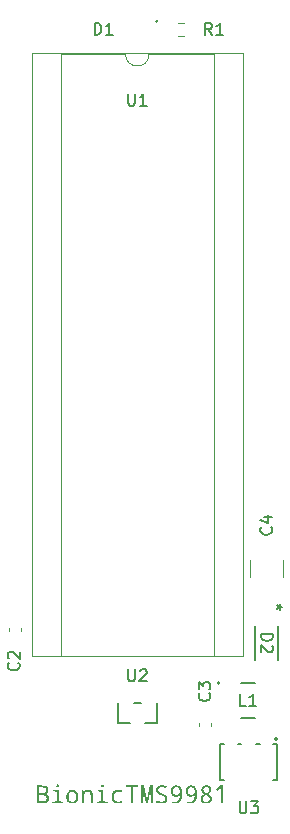
<source format=gbr>
G04 #@! TF.GenerationSoftware,KiCad,Pcbnew,8.0.4+dfsg-1*
G04 #@! TF.CreationDate,2025-02-22T20:37:06+09:00*
G04 #@! TF.ProjectId,bionic-tms9981-dcdc,62696f6e-6963-42d7-946d-73393938312d,3*
G04 #@! TF.SameCoordinates,Original*
G04 #@! TF.FileFunction,Legend,Top*
G04 #@! TF.FilePolarity,Positive*
%FSLAX46Y46*%
G04 Gerber Fmt 4.6, Leading zero omitted, Abs format (unit mm)*
G04 Created by KiCad (PCBNEW 8.0.4+dfsg-1) date 2025-02-22 20:37:06*
%MOMM*%
%LPD*%
G01*
G04 APERTURE LIST*
%ADD10C,0.150000*%
%ADD11C,0.152400*%
%ADD12C,0.120000*%
G04 APERTURE END LIST*
D10*
G36*
X105728045Y-135672063D02*
G01*
X105804851Y-135678637D01*
X105887029Y-135692311D01*
X105958312Y-135712297D01*
X106027702Y-135743590D01*
X106052901Y-135759631D01*
X106108680Y-135811219D01*
X106148522Y-135876592D01*
X106172427Y-135955750D01*
X106180271Y-136036321D01*
X106180396Y-136048692D01*
X106172489Y-136126373D01*
X106145526Y-136201904D01*
X106099429Y-136267045D01*
X106043244Y-136314622D01*
X105975896Y-136348819D01*
X105897385Y-136369634D01*
X105880343Y-136372192D01*
X105880343Y-136382450D01*
X105960543Y-136400127D01*
X106030049Y-136425315D01*
X106101894Y-136467361D01*
X106157031Y-136521142D01*
X106195460Y-136586658D01*
X106217181Y-136663909D01*
X106222527Y-136734160D01*
X106217904Y-136807481D01*
X106200821Y-136885274D01*
X106171151Y-136954722D01*
X106128893Y-137015826D01*
X106091003Y-137054362D01*
X106029045Y-137099615D01*
X105957937Y-137133753D01*
X105877677Y-137156776D01*
X105801599Y-137167664D01*
X105733065Y-137170500D01*
X105190113Y-137170500D01*
X105190113Y-137006735D01*
X105382821Y-137006735D01*
X105698993Y-137006735D01*
X105774126Y-137002355D01*
X105853955Y-136984565D01*
X105929089Y-136945152D01*
X105981682Y-136886033D01*
X106011735Y-136807207D01*
X106019562Y-136726466D01*
X106011413Y-136651635D01*
X105980123Y-136578580D01*
X105925366Y-136523788D01*
X105847142Y-136487261D01*
X105764028Y-136470772D01*
X105685804Y-136466714D01*
X105382821Y-136466714D01*
X105382821Y-137006735D01*
X105190113Y-137006735D01*
X105190113Y-136302949D01*
X105382821Y-136302949D01*
X105675179Y-136302949D01*
X105750147Y-136299446D01*
X105828528Y-136285213D01*
X105900107Y-136253683D01*
X105909652Y-136246895D01*
X105957331Y-136189259D01*
X105979768Y-136114589D01*
X105983292Y-136061515D01*
X105973984Y-135985822D01*
X105938984Y-135917465D01*
X105904523Y-135886759D01*
X105832464Y-135854387D01*
X105752579Y-135838824D01*
X105675689Y-135833844D01*
X105654663Y-135833636D01*
X105382821Y-135833636D01*
X105382821Y-136302949D01*
X105190113Y-136302949D01*
X105190113Y-135669871D01*
X105643672Y-135669871D01*
X105728045Y-135672063D01*
G37*
G36*
X106963316Y-135576082D02*
G01*
X107037948Y-135598452D01*
X107070787Y-135665561D01*
X107072493Y-135692952D01*
X107054151Y-135765080D01*
X107039886Y-135781613D01*
X106971522Y-135810301D01*
X106963316Y-135810555D01*
X106891917Y-135791146D01*
X106855733Y-135726832D01*
X106853040Y-135692952D01*
X106871240Y-135617284D01*
X106937470Y-135577908D01*
X106963316Y-135576082D01*
G37*
G36*
X106868794Y-136192307D02*
G01*
X106591456Y-136170691D01*
X106591456Y-136045028D01*
X107056006Y-136045028D01*
X107056006Y-137023221D01*
X107418707Y-137043737D01*
X107418707Y-137170500D01*
X106514153Y-137170500D01*
X106514153Y-137043737D01*
X106868794Y-137023221D01*
X106868794Y-136192307D01*
G37*
G36*
X108287749Y-136027197D02*
G01*
X108363389Y-136044044D01*
X108433310Y-136072122D01*
X108497512Y-136111432D01*
X108555996Y-136161973D01*
X108574220Y-136181316D01*
X108622902Y-136244900D01*
X108661512Y-136315852D01*
X108690049Y-136394171D01*
X108708515Y-136479857D01*
X108716209Y-136556890D01*
X108717468Y-136605566D01*
X108714016Y-136688148D01*
X108703658Y-136765077D01*
X108686395Y-136836354D01*
X108656565Y-136914424D01*
X108616792Y-136984354D01*
X108576052Y-137036410D01*
X108519860Y-137089948D01*
X108457075Y-137132409D01*
X108387694Y-137163793D01*
X108311720Y-137184101D01*
X108229150Y-137193331D01*
X108200162Y-137193947D01*
X108119400Y-137188318D01*
X108044176Y-137171433D01*
X107974491Y-137143290D01*
X107910345Y-137103890D01*
X107851736Y-137053233D01*
X107833431Y-137033846D01*
X107784625Y-136969896D01*
X107745916Y-136898400D01*
X107717305Y-136819355D01*
X107701176Y-136747719D01*
X107692060Y-136670842D01*
X107689816Y-136605566D01*
X107883623Y-136605566D01*
X107886441Y-136682890D01*
X107898963Y-136774157D01*
X107921503Y-136851904D01*
X107963765Y-136930073D01*
X108021680Y-136987115D01*
X108095248Y-137023031D01*
X108184469Y-137037819D01*
X108204192Y-137038242D01*
X108279067Y-137031481D01*
X108358623Y-137004017D01*
X108422579Y-136955425D01*
X108470936Y-136885707D01*
X108498391Y-136814721D01*
X108515862Y-136730214D01*
X108523349Y-136632186D01*
X108523661Y-136605566D01*
X108520834Y-136529028D01*
X108508269Y-136438687D01*
X108485652Y-136361731D01*
X108443244Y-136284356D01*
X108385131Y-136227893D01*
X108311310Y-136192343D01*
X108221784Y-136177704D01*
X108201994Y-136177286D01*
X108127375Y-136183978D01*
X108048094Y-136211164D01*
X107984357Y-136259261D01*
X107936167Y-136328271D01*
X107908807Y-136398536D01*
X107891396Y-136482184D01*
X107883934Y-136579217D01*
X107883623Y-136605566D01*
X107689816Y-136605566D01*
X107693224Y-136523749D01*
X107703448Y-136447514D01*
X107724713Y-136363399D01*
X107755792Y-136287321D01*
X107796686Y-136219280D01*
X107829401Y-136178385D01*
X107885184Y-136125096D01*
X107947846Y-136082833D01*
X108017385Y-136051594D01*
X108093802Y-136031381D01*
X108177097Y-136022194D01*
X108206390Y-136021581D01*
X108287749Y-136027197D01*
G37*
G36*
X109745853Y-137170500D02*
G01*
X109745853Y-136444366D01*
X109739869Y-136367424D01*
X109716891Y-136292308D01*
X109668302Y-136228407D01*
X109596257Y-136190066D01*
X109515834Y-136177547D01*
X109500755Y-136177286D01*
X109426566Y-136183674D01*
X109347741Y-136209628D01*
X109284371Y-136255545D01*
X109236457Y-136321426D01*
X109204000Y-136407271D01*
X109189162Y-136490321D01*
X109184216Y-136586148D01*
X109184216Y-137170500D01*
X108996638Y-137170500D01*
X108996638Y-136045028D01*
X109147946Y-136045028D01*
X109175790Y-136194871D01*
X109186048Y-136194871D01*
X109230604Y-136135980D01*
X109294503Y-136082673D01*
X109371234Y-136045950D01*
X109447217Y-136027673D01*
X109532629Y-136021581D01*
X109626567Y-136028021D01*
X109707980Y-136047341D01*
X109776868Y-136079541D01*
X109845364Y-136137904D01*
X109886071Y-136199084D01*
X109914252Y-136273144D01*
X109929908Y-136360083D01*
X109933431Y-136433741D01*
X109933431Y-137170500D01*
X109745853Y-137170500D01*
G37*
G36*
X110744195Y-135576082D02*
G01*
X110818828Y-135598452D01*
X110851666Y-135665561D01*
X110853372Y-135692952D01*
X110835031Y-135765080D01*
X110820765Y-135781613D01*
X110752401Y-135810301D01*
X110744195Y-135810555D01*
X110672796Y-135791146D01*
X110636612Y-135726832D01*
X110633920Y-135692952D01*
X110652119Y-135617284D01*
X110718349Y-135577908D01*
X110744195Y-135576082D01*
G37*
G36*
X110649673Y-136192307D02*
G01*
X110372336Y-136170691D01*
X110372336Y-136045028D01*
X110836885Y-136045028D01*
X110836885Y-137023221D01*
X111199586Y-137043737D01*
X111199586Y-137170500D01*
X110295033Y-137170500D01*
X110295033Y-137043737D01*
X110649673Y-137023221D01*
X110649673Y-136192307D01*
G37*
G36*
X112445591Y-136082398D02*
G01*
X112381844Y-136245063D01*
X112306601Y-136218937D01*
X112235481Y-136200275D01*
X112160397Y-136188204D01*
X112105605Y-136185346D01*
X112016046Y-136192004D01*
X111938428Y-136211976D01*
X111872752Y-136245264D01*
X111807448Y-136305598D01*
X111768640Y-136368844D01*
X111741772Y-136445406D01*
X111726845Y-136535282D01*
X111723487Y-136611428D01*
X111726755Y-136686264D01*
X111741281Y-136774595D01*
X111767427Y-136849840D01*
X111816452Y-136925493D01*
X111883634Y-136980700D01*
X111968972Y-137015460D01*
X112050317Y-137028546D01*
X112095347Y-137030182D01*
X112176748Y-137026198D01*
X112259020Y-137014245D01*
X112331721Y-136997250D01*
X112405089Y-136974154D01*
X112426174Y-136966435D01*
X112426174Y-137131299D01*
X112353198Y-137158707D01*
X112272392Y-137178285D01*
X112195263Y-137188991D01*
X112112138Y-137193702D01*
X112087287Y-137193947D01*
X112007400Y-137190289D01*
X111933292Y-137179314D01*
X111851989Y-137156486D01*
X111779007Y-137123123D01*
X111714345Y-137079223D01*
X111675860Y-137044104D01*
X111626181Y-136983327D01*
X111586782Y-136913380D01*
X111557660Y-136834263D01*
X111541243Y-136761326D01*
X111531964Y-136682021D01*
X111529680Y-136613992D01*
X111533330Y-136526918D01*
X111544278Y-136446588D01*
X111562524Y-136373002D01*
X111594054Y-136293601D01*
X111636095Y-136223912D01*
X111679157Y-136173256D01*
X111739474Y-136121710D01*
X111808317Y-136080829D01*
X111885688Y-136050613D01*
X111971584Y-136031061D01*
X112049678Y-136022914D01*
X112099377Y-136021581D01*
X112178680Y-136024491D01*
X112255985Y-136033222D01*
X112331291Y-136047773D01*
X112404598Y-136068144D01*
X112445591Y-136082398D01*
G37*
G36*
X113340985Y-137170500D02*
G01*
X113148644Y-137170500D01*
X113148644Y-135838765D01*
X112717800Y-135838765D01*
X112717800Y-135669871D01*
X113770731Y-135669871D01*
X113770731Y-135838765D01*
X113340985Y-135838765D01*
X113340985Y-137170500D01*
G37*
G36*
X114421027Y-137170500D02*
G01*
X114134897Y-135857450D01*
X114126470Y-135851588D01*
X114131853Y-135934059D01*
X114136323Y-136010198D01*
X114140484Y-136093205D01*
X114143330Y-136167094D01*
X114144991Y-136241771D01*
X114145155Y-136269976D01*
X114145155Y-137170500D01*
X113989450Y-137170500D01*
X113989450Y-135669871D01*
X114244073Y-135669871D01*
X114499429Y-136892429D01*
X114505657Y-136892429D01*
X114763211Y-135669871D01*
X115022964Y-135669871D01*
X115022964Y-137170500D01*
X114865061Y-137170500D01*
X114865061Y-136256787D01*
X114866220Y-136182399D01*
X114868724Y-136103464D01*
X114871987Y-136021126D01*
X114875493Y-135942161D01*
X114879715Y-135853786D01*
X114871655Y-135853786D01*
X114580029Y-137170500D01*
X114421027Y-137170500D01*
G37*
G36*
X115278686Y-137123605D02*
G01*
X115278686Y-136941888D01*
X115359873Y-136971894D01*
X115440493Y-136995692D01*
X115520546Y-137013282D01*
X115600033Y-137024664D01*
X115678953Y-137029837D01*
X115705134Y-137030182D01*
X115789627Y-137026289D01*
X115862854Y-137014612D01*
X115938545Y-136989066D01*
X116006139Y-136942355D01*
X116048386Y-136878127D01*
X116065284Y-136796381D01*
X116065636Y-136781054D01*
X116055435Y-136707776D01*
X116017748Y-136639865D01*
X115993096Y-136616557D01*
X115925605Y-136574250D01*
X115854388Y-136540326D01*
X115776782Y-136508465D01*
X115698906Y-136479536D01*
X115622785Y-136450217D01*
X115555165Y-136418863D01*
X115487019Y-136379711D01*
X115423306Y-136331574D01*
X115391160Y-136299652D01*
X115346176Y-136235992D01*
X115315915Y-136162480D01*
X115301375Y-136088863D01*
X115298103Y-136028542D01*
X115304432Y-135953880D01*
X115327164Y-135877653D01*
X115366428Y-135811135D01*
X115422224Y-135754326D01*
X115430361Y-135747907D01*
X115493082Y-135708364D01*
X115565200Y-135678534D01*
X115646714Y-135658416D01*
X115724063Y-135648902D01*
X115793794Y-135646424D01*
X115880751Y-135649245D01*
X115964669Y-135657707D01*
X116045546Y-135671811D01*
X116123384Y-135691556D01*
X116198183Y-135716942D01*
X116222440Y-135726658D01*
X116156495Y-135895918D01*
X116082834Y-135868527D01*
X116011054Y-135846802D01*
X115929687Y-135828620D01*
X115850880Y-135818152D01*
X115785368Y-135815318D01*
X115698399Y-135820568D01*
X115626171Y-135836320D01*
X115558955Y-135869082D01*
X115507363Y-135926416D01*
X115484663Y-136004332D01*
X115483483Y-136030374D01*
X115492963Y-136103412D01*
X115527985Y-136173907D01*
X115550895Y-136199268D01*
X115614253Y-136244220D01*
X115681704Y-136278326D01*
X115755487Y-136309146D01*
X115829698Y-136336288D01*
X115904810Y-136364710D01*
X115984082Y-136399194D01*
X116051504Y-136434090D01*
X116115187Y-136475323D01*
X116168218Y-136523134D01*
X116213041Y-136588722D01*
X116241262Y-136665043D01*
X116252468Y-136742909D01*
X116253215Y-136770796D01*
X116246378Y-136853140D01*
X116225866Y-136927384D01*
X116191681Y-136993529D01*
X116143821Y-137051574D01*
X116110333Y-137081107D01*
X116042232Y-137125075D01*
X115974706Y-137154166D01*
X115898732Y-137175324D01*
X115814308Y-137188547D01*
X115737500Y-137193506D01*
X115705134Y-137193947D01*
X115622756Y-137192229D01*
X115546209Y-137187077D01*
X115462051Y-137176361D01*
X115386291Y-137160699D01*
X115308518Y-137136176D01*
X115278686Y-137123605D01*
G37*
G36*
X117091352Y-135652619D02*
G01*
X117166326Y-135671205D01*
X117234680Y-135702182D01*
X117296414Y-135745549D01*
X117351528Y-135801306D01*
X117368428Y-135822645D01*
X117413499Y-135893382D01*
X117449245Y-135973702D01*
X117471911Y-136047955D01*
X117488100Y-136128863D01*
X117497814Y-136216425D01*
X117500922Y-136291267D01*
X117501052Y-136310643D01*
X117498481Y-136417605D01*
X117490770Y-136517667D01*
X117477919Y-136610828D01*
X117459927Y-136697088D01*
X117436795Y-136776448D01*
X117408522Y-136848906D01*
X117375108Y-136914464D01*
X117315349Y-136999861D01*
X117244024Y-137069732D01*
X117161133Y-137124076D01*
X117066675Y-137162893D01*
X116960651Y-137186183D01*
X116883543Y-137193084D01*
X116843061Y-137193947D01*
X116767293Y-137191319D01*
X116692961Y-137181612D01*
X116665741Y-137175262D01*
X116665741Y-137014795D01*
X116737638Y-137037673D01*
X116811800Y-137046170D01*
X116836833Y-137046668D01*
X116919218Y-137041491D01*
X116993540Y-137025957D01*
X117070058Y-136994747D01*
X117135602Y-136949442D01*
X117183047Y-136899390D01*
X117228791Y-136826716D01*
X117259935Y-136751308D01*
X117280201Y-136679219D01*
X117295298Y-136598723D01*
X117305224Y-136509819D01*
X117309443Y-136432642D01*
X117296987Y-136432642D01*
X117247995Y-136500878D01*
X117187572Y-136552354D01*
X117115720Y-136587071D01*
X117032437Y-136605028D01*
X116979715Y-136607764D01*
X116896462Y-136601961D01*
X116821414Y-136584553D01*
X116745691Y-136550447D01*
X116680685Y-136501182D01*
X116666107Y-136486497D01*
X116616259Y-136420094D01*
X116584325Y-136352524D01*
X116563295Y-136276118D01*
X116553169Y-136190877D01*
X116552187Y-136152373D01*
X116733518Y-136152373D01*
X116739083Y-136230416D01*
X116758317Y-136304419D01*
X116795342Y-136370367D01*
X116803860Y-136380618D01*
X116865392Y-136429287D01*
X116936732Y-136454168D01*
X117005727Y-136460486D01*
X117083358Y-136452328D01*
X117152759Y-136427856D01*
X117213932Y-136387070D01*
X117225179Y-136376954D01*
X117275657Y-136316973D01*
X117306826Y-136245712D01*
X117313839Y-136188277D01*
X117308687Y-136113378D01*
X117290575Y-136035303D01*
X117259421Y-135963777D01*
X117231407Y-135919732D01*
X117180721Y-135864831D01*
X117114275Y-135824903D01*
X117037167Y-135807157D01*
X117011955Y-135806159D01*
X116935248Y-135814853D01*
X116864093Y-135844499D01*
X116806791Y-135895185D01*
X116768151Y-135958555D01*
X116745611Y-136028803D01*
X116735307Y-136101755D01*
X116733518Y-136152373D01*
X116552187Y-136152373D01*
X116552168Y-136151640D01*
X116556534Y-136067315D01*
X116569633Y-135989919D01*
X116591465Y-135919453D01*
X116627972Y-135846000D01*
X116676366Y-135781979D01*
X116734769Y-135729160D01*
X116801307Y-135689315D01*
X116875980Y-135662442D01*
X116958787Y-135648542D01*
X117009757Y-135646424D01*
X117091352Y-135652619D01*
G37*
G36*
X118351645Y-135652619D02*
G01*
X118426619Y-135671205D01*
X118494973Y-135702182D01*
X118556707Y-135745549D01*
X118611821Y-135801306D01*
X118628721Y-135822645D01*
X118673792Y-135893382D01*
X118709538Y-135973702D01*
X118732204Y-136047955D01*
X118748393Y-136128863D01*
X118758107Y-136216425D01*
X118761215Y-136291267D01*
X118761345Y-136310643D01*
X118758774Y-136417605D01*
X118751064Y-136517667D01*
X118738212Y-136610828D01*
X118720220Y-136697088D01*
X118697088Y-136776448D01*
X118668815Y-136848906D01*
X118635401Y-136914464D01*
X118575642Y-136999861D01*
X118504317Y-137069732D01*
X118421426Y-137124076D01*
X118326968Y-137162893D01*
X118220944Y-137186183D01*
X118143836Y-137193084D01*
X118103354Y-137193947D01*
X118027586Y-137191319D01*
X117953254Y-137181612D01*
X117926034Y-137175262D01*
X117926034Y-137014795D01*
X117997931Y-137037673D01*
X118072093Y-137046170D01*
X118097126Y-137046668D01*
X118179511Y-137041491D01*
X118253833Y-137025957D01*
X118330351Y-136994747D01*
X118395895Y-136949442D01*
X118443340Y-136899390D01*
X118489084Y-136826716D01*
X118520228Y-136751308D01*
X118540494Y-136679219D01*
X118555591Y-136598723D01*
X118565517Y-136509819D01*
X118569736Y-136432642D01*
X118557280Y-136432642D01*
X118508288Y-136500878D01*
X118447866Y-136552354D01*
X118376013Y-136587071D01*
X118292730Y-136605028D01*
X118240008Y-136607764D01*
X118156756Y-136601961D01*
X118081707Y-136584553D01*
X118005984Y-136550447D01*
X117940978Y-136501182D01*
X117926400Y-136486497D01*
X117876552Y-136420094D01*
X117844618Y-136352524D01*
X117823588Y-136276118D01*
X117813463Y-136190877D01*
X117812480Y-136152373D01*
X117993811Y-136152373D01*
X117999376Y-136230416D01*
X118018610Y-136304419D01*
X118055635Y-136370367D01*
X118064153Y-136380618D01*
X118125685Y-136429287D01*
X118197025Y-136454168D01*
X118266020Y-136460486D01*
X118343651Y-136452328D01*
X118413052Y-136427856D01*
X118474225Y-136387070D01*
X118485472Y-136376954D01*
X118535950Y-136316973D01*
X118567119Y-136245712D01*
X118574132Y-136188277D01*
X118568980Y-136113378D01*
X118550868Y-136035303D01*
X118519714Y-135963777D01*
X118491701Y-135919732D01*
X118441015Y-135864831D01*
X118374568Y-135824903D01*
X118297460Y-135807157D01*
X118272248Y-135806159D01*
X118195541Y-135814853D01*
X118124386Y-135844499D01*
X118067084Y-135895185D01*
X118028444Y-135958555D01*
X118005904Y-136028803D01*
X117995600Y-136101755D01*
X117993811Y-136152373D01*
X117812480Y-136152373D01*
X117812461Y-136151640D01*
X117816827Y-136067315D01*
X117829926Y-135989919D01*
X117851758Y-135919453D01*
X117888265Y-135846000D01*
X117936659Y-135781979D01*
X117995062Y-135729160D01*
X118061600Y-135689315D01*
X118136273Y-135662442D01*
X118219080Y-135648542D01*
X118270050Y-135646424D01*
X118351645Y-135652619D01*
G37*
G36*
X119626386Y-135651087D02*
G01*
X119699000Y-135665077D01*
X119773486Y-135692486D01*
X119838905Y-135732076D01*
X119853843Y-135743877D01*
X119905294Y-135796885D01*
X119945605Y-135866756D01*
X119965818Y-135937962D01*
X119971446Y-136007293D01*
X119961953Y-136092000D01*
X119933476Y-136169443D01*
X119886013Y-136239622D01*
X119831958Y-136292555D01*
X119764719Y-136340444D01*
X119701435Y-136375123D01*
X119776053Y-136417518D01*
X119840722Y-136462272D01*
X119907568Y-136521530D01*
X119958868Y-136584474D01*
X119994622Y-136651103D01*
X120017008Y-136735922D01*
X120019806Y-136780322D01*
X120013582Y-136858560D01*
X119994912Y-136929787D01*
X119958333Y-137002602D01*
X119905496Y-137066257D01*
X119889747Y-137080740D01*
X119829009Y-137124851D01*
X119760277Y-137158128D01*
X119683551Y-137180570D01*
X119598830Y-137192178D01*
X119546830Y-137193947D01*
X119466862Y-137190199D01*
X119393747Y-137178955D01*
X119317106Y-137156362D01*
X119249791Y-137123566D01*
X119199516Y-137087335D01*
X119145020Y-137028556D01*
X119106093Y-136959199D01*
X119082738Y-136879263D01*
X119075074Y-136800641D01*
X119074952Y-136788748D01*
X119075017Y-136788015D01*
X119258135Y-136788015D01*
X119268129Y-136871684D01*
X119305055Y-136947418D01*
X119369189Y-136999591D01*
X119445816Y-137025557D01*
X119524942Y-137033972D01*
X119542433Y-137034212D01*
X119616319Y-137028909D01*
X119692929Y-137008023D01*
X119759321Y-136967167D01*
X119806204Y-136909242D01*
X119831449Y-136836581D01*
X119836257Y-136779955D01*
X119823845Y-136703239D01*
X119786609Y-136634657D01*
X119771411Y-136616557D01*
X119716093Y-136566922D01*
X119654861Y-136525538D01*
X119588366Y-136488169D01*
X119550860Y-136469278D01*
X119520085Y-136454990D01*
X119444621Y-136495868D01*
X119381947Y-136540878D01*
X119323622Y-136600345D01*
X119283716Y-136665763D01*
X119262228Y-136737131D01*
X119258135Y-136788015D01*
X119075017Y-136788015D01*
X119082045Y-136709014D01*
X119103324Y-136635362D01*
X119138789Y-136567792D01*
X119188439Y-136506304D01*
X119252276Y-136450899D01*
X119330298Y-136401575D01*
X119365479Y-136383549D01*
X119295714Y-136334800D01*
X119237774Y-136282205D01*
X119183854Y-136214014D01*
X119146962Y-136140285D01*
X119127096Y-136061017D01*
X119124081Y-136016452D01*
X119306861Y-136016452D01*
X119316608Y-136091265D01*
X119348685Y-136159593D01*
X119357786Y-136171790D01*
X119413915Y-136223409D01*
X119477170Y-136263279D01*
X119549028Y-136299285D01*
X119617843Y-136264753D01*
X119685025Y-136218591D01*
X119742176Y-136158224D01*
X119776467Y-136090844D01*
X119787897Y-136016452D01*
X119777195Y-135941146D01*
X119738249Y-135874240D01*
X119723051Y-135860015D01*
X119656984Y-135823199D01*
X119578933Y-135807474D01*
X119544631Y-135806159D01*
X119469034Y-135813732D01*
X119396726Y-135841712D01*
X119370975Y-135860015D01*
X119324956Y-135921211D01*
X119307425Y-135997646D01*
X119306861Y-136016452D01*
X119124081Y-136016452D01*
X119123313Y-136005095D01*
X119130800Y-135926922D01*
X119157124Y-135849159D01*
X119202400Y-135782176D01*
X119243114Y-135743511D01*
X119307159Y-135701035D01*
X119379126Y-135670696D01*
X119459017Y-135652492D01*
X119535420Y-135646519D01*
X119546830Y-135646424D01*
X119626386Y-135651087D01*
G37*
G36*
X120955500Y-137170500D02*
G01*
X120774150Y-137170500D01*
X120774150Y-136237370D01*
X120774787Y-136157826D01*
X120776165Y-136082856D01*
X120777960Y-136009470D01*
X120780321Y-135927660D01*
X120782210Y-135868441D01*
X120727166Y-135924671D01*
X120668050Y-135978415D01*
X120657646Y-135987509D01*
X120506338Y-136115370D01*
X120406320Y-135985677D01*
X120800895Y-135669871D01*
X120955500Y-135669871D01*
X120955500Y-137170500D01*
G37*
X122905933Y-128925619D02*
X122429743Y-128925619D01*
X122429743Y-128925619D02*
X122429743Y-127925619D01*
X123763076Y-128925619D02*
X123191648Y-128925619D01*
X123477362Y-128925619D02*
X123477362Y-127925619D01*
X123477362Y-127925619D02*
X123382124Y-128068476D01*
X123382124Y-128068476D02*
X123286886Y-128163714D01*
X123286886Y-128163714D02*
X123191648Y-128211333D01*
X120010333Y-72105819D02*
X119677000Y-71629628D01*
X119438905Y-72105819D02*
X119438905Y-71105819D01*
X119438905Y-71105819D02*
X119819857Y-71105819D01*
X119819857Y-71105819D02*
X119915095Y-71153438D01*
X119915095Y-71153438D02*
X119962714Y-71201057D01*
X119962714Y-71201057D02*
X120010333Y-71296295D01*
X120010333Y-71296295D02*
X120010333Y-71439152D01*
X120010333Y-71439152D02*
X119962714Y-71534390D01*
X119962714Y-71534390D02*
X119915095Y-71582009D01*
X119915095Y-71582009D02*
X119819857Y-71629628D01*
X119819857Y-71629628D02*
X119438905Y-71629628D01*
X120962714Y-72105819D02*
X120391286Y-72105819D01*
X120677000Y-72105819D02*
X120677000Y-71105819D01*
X120677000Y-71105819D02*
X120581762Y-71248676D01*
X120581762Y-71248676D02*
X120486524Y-71343914D01*
X120486524Y-71343914D02*
X120391286Y-71391533D01*
X110091705Y-72105819D02*
X110091705Y-71105819D01*
X110091705Y-71105819D02*
X110329800Y-71105819D01*
X110329800Y-71105819D02*
X110472657Y-71153438D01*
X110472657Y-71153438D02*
X110567895Y-71248676D01*
X110567895Y-71248676D02*
X110615514Y-71343914D01*
X110615514Y-71343914D02*
X110663133Y-71534390D01*
X110663133Y-71534390D02*
X110663133Y-71677247D01*
X110663133Y-71677247D02*
X110615514Y-71867723D01*
X110615514Y-71867723D02*
X110567895Y-71962961D01*
X110567895Y-71962961D02*
X110472657Y-72058200D01*
X110472657Y-72058200D02*
X110329800Y-72105819D01*
X110329800Y-72105819D02*
X110091705Y-72105819D01*
X111615514Y-72105819D02*
X111044086Y-72105819D01*
X111329800Y-72105819D02*
X111329800Y-71105819D01*
X111329800Y-71105819D02*
X111234562Y-71248676D01*
X111234562Y-71248676D02*
X111139324Y-71343914D01*
X111139324Y-71343914D02*
X111044086Y-71391533D01*
X122358695Y-137018819D02*
X122358695Y-137828342D01*
X122358695Y-137828342D02*
X122406314Y-137923580D01*
X122406314Y-137923580D02*
X122453933Y-137971200D01*
X122453933Y-137971200D02*
X122549171Y-138018819D01*
X122549171Y-138018819D02*
X122739647Y-138018819D01*
X122739647Y-138018819D02*
X122834885Y-137971200D01*
X122834885Y-137971200D02*
X122882504Y-137923580D01*
X122882504Y-137923580D02*
X122930123Y-137828342D01*
X122930123Y-137828342D02*
X122930123Y-137018819D01*
X123311076Y-137018819D02*
X123930123Y-137018819D01*
X123930123Y-137018819D02*
X123596790Y-137399771D01*
X123596790Y-137399771D02*
X123739647Y-137399771D01*
X123739647Y-137399771D02*
X123834885Y-137447390D01*
X123834885Y-137447390D02*
X123882504Y-137495009D01*
X123882504Y-137495009D02*
X123930123Y-137590247D01*
X123930123Y-137590247D02*
X123930123Y-137828342D01*
X123930123Y-137828342D02*
X123882504Y-137923580D01*
X123882504Y-137923580D02*
X123834885Y-137971200D01*
X123834885Y-137971200D02*
X123739647Y-138018819D01*
X123739647Y-138018819D02*
X123453933Y-138018819D01*
X123453933Y-138018819D02*
X123358695Y-137971200D01*
X123358695Y-137971200D02*
X123311076Y-137923580D01*
X112938095Y-125842819D02*
X112938095Y-126652342D01*
X112938095Y-126652342D02*
X112985714Y-126747580D01*
X112985714Y-126747580D02*
X113033333Y-126795200D01*
X113033333Y-126795200D02*
X113128571Y-126842819D01*
X113128571Y-126842819D02*
X113319047Y-126842819D01*
X113319047Y-126842819D02*
X113414285Y-126795200D01*
X113414285Y-126795200D02*
X113461904Y-126747580D01*
X113461904Y-126747580D02*
X113509523Y-126652342D01*
X113509523Y-126652342D02*
X113509523Y-125842819D01*
X113938095Y-125938057D02*
X113985714Y-125890438D01*
X113985714Y-125890438D02*
X114080952Y-125842819D01*
X114080952Y-125842819D02*
X114319047Y-125842819D01*
X114319047Y-125842819D02*
X114414285Y-125890438D01*
X114414285Y-125890438D02*
X114461904Y-125938057D01*
X114461904Y-125938057D02*
X114509523Y-126033295D01*
X114509523Y-126033295D02*
X114509523Y-126128533D01*
X114509523Y-126128533D02*
X114461904Y-126271390D01*
X114461904Y-126271390D02*
X113890476Y-126842819D01*
X113890476Y-126842819D02*
X114509523Y-126842819D01*
X112938095Y-77100219D02*
X112938095Y-77909742D01*
X112938095Y-77909742D02*
X112985714Y-78004980D01*
X112985714Y-78004980D02*
X113033333Y-78052600D01*
X113033333Y-78052600D02*
X113128571Y-78100219D01*
X113128571Y-78100219D02*
X113319047Y-78100219D01*
X113319047Y-78100219D02*
X113414285Y-78052600D01*
X113414285Y-78052600D02*
X113461904Y-78004980D01*
X113461904Y-78004980D02*
X113509523Y-77909742D01*
X113509523Y-77909742D02*
X113509523Y-77100219D01*
X114509523Y-78100219D02*
X113938095Y-78100219D01*
X114223809Y-78100219D02*
X114223809Y-77100219D01*
X114223809Y-77100219D02*
X114128571Y-77243076D01*
X114128571Y-77243076D02*
X114033333Y-77338314D01*
X114033333Y-77338314D02*
X113938095Y-77385933D01*
X119799980Y-127875466D02*
X119847600Y-127923085D01*
X119847600Y-127923085D02*
X119895219Y-128065942D01*
X119895219Y-128065942D02*
X119895219Y-128161180D01*
X119895219Y-128161180D02*
X119847600Y-128304037D01*
X119847600Y-128304037D02*
X119752361Y-128399275D01*
X119752361Y-128399275D02*
X119657123Y-128446894D01*
X119657123Y-128446894D02*
X119466647Y-128494513D01*
X119466647Y-128494513D02*
X119323790Y-128494513D01*
X119323790Y-128494513D02*
X119133314Y-128446894D01*
X119133314Y-128446894D02*
X119038076Y-128399275D01*
X119038076Y-128399275D02*
X118942838Y-128304037D01*
X118942838Y-128304037D02*
X118895219Y-128161180D01*
X118895219Y-128161180D02*
X118895219Y-128065942D01*
X118895219Y-128065942D02*
X118942838Y-127923085D01*
X118942838Y-127923085D02*
X118990457Y-127875466D01*
X118895219Y-127542132D02*
X118895219Y-126923085D01*
X118895219Y-126923085D02*
X119276171Y-127256418D01*
X119276171Y-127256418D02*
X119276171Y-127113561D01*
X119276171Y-127113561D02*
X119323790Y-127018323D01*
X119323790Y-127018323D02*
X119371409Y-126970704D01*
X119371409Y-126970704D02*
X119466647Y-126923085D01*
X119466647Y-126923085D02*
X119704742Y-126923085D01*
X119704742Y-126923085D02*
X119799980Y-126970704D01*
X119799980Y-126970704D02*
X119847600Y-127018323D01*
X119847600Y-127018323D02*
X119895219Y-127113561D01*
X119895219Y-127113561D02*
X119895219Y-127399275D01*
X119895219Y-127399275D02*
X119847600Y-127494513D01*
X119847600Y-127494513D02*
X119799980Y-127542132D01*
X103645580Y-125284666D02*
X103693200Y-125332285D01*
X103693200Y-125332285D02*
X103740819Y-125475142D01*
X103740819Y-125475142D02*
X103740819Y-125570380D01*
X103740819Y-125570380D02*
X103693200Y-125713237D01*
X103693200Y-125713237D02*
X103597961Y-125808475D01*
X103597961Y-125808475D02*
X103502723Y-125856094D01*
X103502723Y-125856094D02*
X103312247Y-125903713D01*
X103312247Y-125903713D02*
X103169390Y-125903713D01*
X103169390Y-125903713D02*
X102978914Y-125856094D01*
X102978914Y-125856094D02*
X102883676Y-125808475D01*
X102883676Y-125808475D02*
X102788438Y-125713237D01*
X102788438Y-125713237D02*
X102740819Y-125570380D01*
X102740819Y-125570380D02*
X102740819Y-125475142D01*
X102740819Y-125475142D02*
X102788438Y-125332285D01*
X102788438Y-125332285D02*
X102836057Y-125284666D01*
X102836057Y-124903713D02*
X102788438Y-124856094D01*
X102788438Y-124856094D02*
X102740819Y-124760856D01*
X102740819Y-124760856D02*
X102740819Y-124522761D01*
X102740819Y-124522761D02*
X102788438Y-124427523D01*
X102788438Y-124427523D02*
X102836057Y-124379904D01*
X102836057Y-124379904D02*
X102931295Y-124332285D01*
X102931295Y-124332285D02*
X103026533Y-124332285D01*
X103026533Y-124332285D02*
X103169390Y-124379904D01*
X103169390Y-124379904D02*
X103740819Y-124951332D01*
X103740819Y-124951332D02*
X103740819Y-124332285D01*
X124192580Y-122868605D02*
X125192580Y-122868605D01*
X125192580Y-122868605D02*
X125192580Y-123106700D01*
X125192580Y-123106700D02*
X125144961Y-123249557D01*
X125144961Y-123249557D02*
X125049723Y-123344795D01*
X125049723Y-123344795D02*
X124954485Y-123392414D01*
X124954485Y-123392414D02*
X124764009Y-123440033D01*
X124764009Y-123440033D02*
X124621152Y-123440033D01*
X124621152Y-123440033D02*
X124430676Y-123392414D01*
X124430676Y-123392414D02*
X124335438Y-123344795D01*
X124335438Y-123344795D02*
X124240200Y-123249557D01*
X124240200Y-123249557D02*
X124192580Y-123106700D01*
X124192580Y-123106700D02*
X124192580Y-122868605D01*
X125097342Y-123820986D02*
X125144961Y-123868605D01*
X125144961Y-123868605D02*
X125192580Y-123963843D01*
X125192580Y-123963843D02*
X125192580Y-124201938D01*
X125192580Y-124201938D02*
X125144961Y-124297176D01*
X125144961Y-124297176D02*
X125097342Y-124344795D01*
X125097342Y-124344795D02*
X125002104Y-124392414D01*
X125002104Y-124392414D02*
X124906866Y-124392414D01*
X124906866Y-124392414D02*
X124764009Y-124344795D01*
X124764009Y-124344795D02*
X124192580Y-123773367D01*
X124192580Y-123773367D02*
X124192580Y-124392414D01*
X125954580Y-120558700D02*
X125716485Y-120558700D01*
X125811723Y-120320605D02*
X125716485Y-120558700D01*
X125716485Y-120558700D02*
X125811723Y-120796795D01*
X125526009Y-120415843D02*
X125716485Y-120558700D01*
X125716485Y-120558700D02*
X125526009Y-120701557D01*
X125032380Y-113804666D02*
X125080000Y-113852285D01*
X125080000Y-113852285D02*
X125127619Y-113995142D01*
X125127619Y-113995142D02*
X125127619Y-114090380D01*
X125127619Y-114090380D02*
X125080000Y-114233237D01*
X125080000Y-114233237D02*
X124984761Y-114328475D01*
X124984761Y-114328475D02*
X124889523Y-114376094D01*
X124889523Y-114376094D02*
X124699047Y-114423713D01*
X124699047Y-114423713D02*
X124556190Y-114423713D01*
X124556190Y-114423713D02*
X124365714Y-114376094D01*
X124365714Y-114376094D02*
X124270476Y-114328475D01*
X124270476Y-114328475D02*
X124175238Y-114233237D01*
X124175238Y-114233237D02*
X124127619Y-114090380D01*
X124127619Y-114090380D02*
X124127619Y-113995142D01*
X124127619Y-113995142D02*
X124175238Y-113852285D01*
X124175238Y-113852285D02*
X124222857Y-113804666D01*
X124460952Y-112947523D02*
X125127619Y-112947523D01*
X124080000Y-113185618D02*
X124794285Y-113423713D01*
X124794285Y-113423713D02*
X124794285Y-112804666D01*
D11*
X122500449Y-129944000D02*
X123644751Y-129944000D01*
X123644751Y-126997600D02*
X122500449Y-126997600D01*
X120648800Y-126970800D02*
G75*
G02*
X120496400Y-126970800I-76200J0D01*
G01*
X120496400Y-126970800D02*
G75*
G02*
X120648800Y-126970800I76200J0D01*
G01*
D12*
X117128276Y-71128500D02*
X117637724Y-71128500D01*
X117128276Y-72173500D02*
X117637724Y-72173500D01*
D11*
X115427200Y-70965200D02*
G75*
G02*
X115274800Y-70965200I-76200J0D01*
G01*
X115274800Y-70965200D02*
G75*
G02*
X115427200Y-70965200I76200J0D01*
G01*
X120721700Y-132174200D02*
X120721700Y-135222200D01*
X120721700Y-135222200D02*
X121073360Y-135222200D01*
X121073360Y-132174200D02*
X120721700Y-132174200D01*
X122511735Y-132174200D02*
X122221440Y-132174200D01*
X124073360Y-132174200D02*
X123783065Y-132174200D01*
X125221440Y-135222200D02*
X125573100Y-135222200D01*
X125573100Y-132174200D02*
X125221440Y-132174200D01*
X125573100Y-135222200D02*
X125573100Y-132174200D01*
X125574400Y-131698200D02*
G75*
G02*
X125320400Y-131698200I-127000J0D01*
G01*
X125320400Y-131698200D02*
G75*
G02*
X125574400Y-131698200I127000J0D01*
G01*
X112063199Y-128709800D02*
X112063199Y-130363800D01*
X112063199Y-130363800D02*
X113052259Y-130363800D01*
X114002260Y-128709800D02*
X113428138Y-128709800D01*
X114378139Y-130363800D02*
X115367199Y-130363800D01*
X115367199Y-130363800D02*
X115367199Y-128709800D01*
D12*
X104750000Y-73690000D02*
X104750000Y-124730000D01*
X104750000Y-124730000D02*
X122650000Y-124730000D01*
X107240000Y-73750000D02*
X107240000Y-124670000D01*
X107240000Y-124670000D02*
X120160000Y-124670000D01*
X112700000Y-73750000D02*
X107240000Y-73750000D01*
X120160000Y-73750000D02*
X114700000Y-73750000D01*
X120160000Y-124670000D02*
X120160000Y-73750000D01*
X122650000Y-73690000D02*
X104750000Y-73690000D01*
X122650000Y-124730000D02*
X122650000Y-73690000D01*
X114700000Y-73750000D02*
G75*
G02*
X112700000Y-73750000I-1000000J0D01*
G01*
X118905000Y-130647967D02*
X118905000Y-130355433D01*
X119925000Y-130647967D02*
X119925000Y-130355433D01*
X102826800Y-122622667D02*
X102826800Y-122330133D01*
X103846800Y-122622667D02*
X103846800Y-122330133D01*
D11*
X123669500Y-122133500D02*
X123669500Y-125079900D01*
X125625300Y-125079900D02*
X125625300Y-122133500D01*
D12*
X123287400Y-117993752D02*
X123287400Y-116571248D01*
X126007400Y-117993752D02*
X126007400Y-116571248D01*
M02*

</source>
